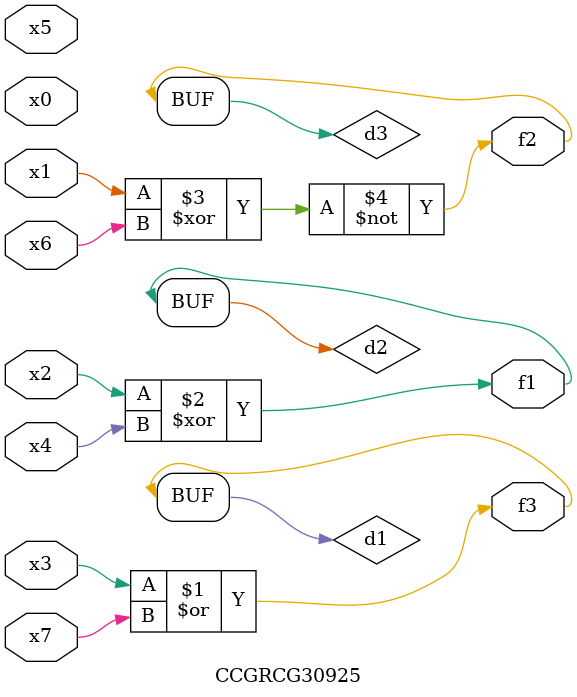
<source format=v>
module CCGRCG30925(
	input x0, x1, x2, x3, x4, x5, x6, x7,
	output f1, f2, f3
);

	wire d1, d2, d3;

	or (d1, x3, x7);
	xor (d2, x2, x4);
	xnor (d3, x1, x6);
	assign f1 = d2;
	assign f2 = d3;
	assign f3 = d1;
endmodule

</source>
